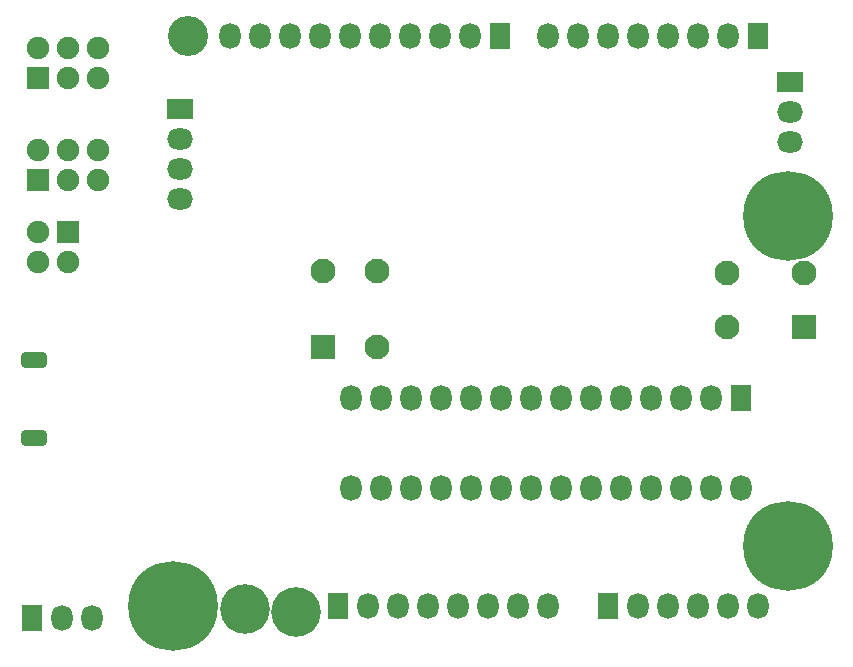
<source format=gbs>
G04*
G04 #@! TF.GenerationSoftware,Altium Limited,Altium Designer,21.7.1 (17)*
G04*
G04 Layer_Color=16711935*
%FSLAX44Y44*%
%MOMM*%
G71*
G04*
G04 #@! TF.SameCoordinates,7A3013B2-BE9A-4409-8891-BE4D90AA3B49*
G04*
G04*
G04 #@! TF.FilePolarity,Negative*
G04*
G01*
G75*
%ADD53R,2.1000X2.1000*%
%ADD58C,3.4000*%
%ADD59C,4.2000*%
%ADD60O,1.8000X2.2000*%
%ADD61R,1.8000X2.2000*%
%ADD62O,2.2000X1.8000*%
%ADD63R,2.2000X1.8000*%
%ADD64C,7.6000*%
%ADD65R,1.9000X1.9000*%
%ADD66C,1.9000*%
%ADD67C,2.1000*%
%ADD68R,2.1000X2.1000*%
G04:AMPARAMS|DCode=69|XSize=2.2mm|YSize=1.4mm|CornerRadius=0.4mm|HoleSize=0mm|Usage=FLASHONLY|Rotation=0.000|XOffset=0mm|YOffset=0mm|HoleType=Round|Shape=RoundedRectangle|*
%AMROUNDEDRECTD69*
21,1,2.2000,0.6000,0,0,0.0*
21,1,1.4000,1.4000,0,0,0.0*
1,1,0.8000,0.7000,-0.3000*
1,1,0.8000,-0.7000,-0.3000*
1,1,0.8000,-0.7000,0.3000*
1,1,0.8000,0.7000,0.3000*
%
%ADD69ROUNDEDRECTD69*%
D53*
X267250Y244500D02*
D03*
D58*
X152400Y508000D02*
D03*
D59*
X200660Y22860D02*
D03*
X243840Y20320D02*
D03*
D60*
X187960Y508000D02*
D03*
X213360D02*
D03*
X238760D02*
D03*
X264160D02*
D03*
X289560D02*
D03*
X314960D02*
D03*
X340360D02*
D03*
X365760D02*
D03*
X391160D02*
D03*
X457200Y25400D02*
D03*
X431800D02*
D03*
X406400D02*
D03*
X381000D02*
D03*
X355600D02*
D03*
X330200D02*
D03*
X304800D02*
D03*
X457200Y508000D02*
D03*
X482600D02*
D03*
X508000D02*
D03*
X533400D02*
D03*
X558800D02*
D03*
X584200D02*
D03*
X609600D02*
D03*
X635000Y25400D02*
D03*
X609600D02*
D03*
X584200D02*
D03*
X558800D02*
D03*
X533400D02*
D03*
X71120Y15240D02*
D03*
X45720D02*
D03*
X595250Y201930D02*
D03*
X569850D02*
D03*
X544450D02*
D03*
X519050D02*
D03*
X493650D02*
D03*
X468250D02*
D03*
X442850D02*
D03*
X417450D02*
D03*
X392050D02*
D03*
X366650D02*
D03*
X341250D02*
D03*
X315850D02*
D03*
X290450D02*
D03*
X620650Y125730D02*
D03*
X595250D02*
D03*
X569850D02*
D03*
X544450D02*
D03*
X519050D02*
D03*
X493650D02*
D03*
X468250D02*
D03*
X442850D02*
D03*
X417450D02*
D03*
X392050D02*
D03*
X366650D02*
D03*
X341250D02*
D03*
X315850D02*
D03*
X290450D02*
D03*
D61*
X416560Y508000D02*
D03*
X279400Y25400D02*
D03*
X635000Y508000D02*
D03*
X508000Y25400D02*
D03*
X20320Y15240D02*
D03*
X620650Y201930D02*
D03*
D62*
X662000Y418200D02*
D03*
Y443600D02*
D03*
X146000Y420600D02*
D03*
Y395200D02*
D03*
Y369800D02*
D03*
D63*
X662000Y469000D02*
D03*
X146000Y446000D02*
D03*
D64*
X139700Y25400D02*
D03*
X660400Y76200D02*
D03*
Y355600D02*
D03*
D65*
X25400Y386080D02*
D03*
Y472440D02*
D03*
X50800Y342000D02*
D03*
D66*
Y386080D02*
D03*
X25400Y411480D02*
D03*
X50800D02*
D03*
X76200Y386080D02*
D03*
Y411480D02*
D03*
X50800Y472440D02*
D03*
X25400Y497840D02*
D03*
X50800D02*
D03*
X76200Y472440D02*
D03*
Y497840D02*
D03*
X25400Y316600D02*
D03*
X50800D02*
D03*
X25400Y342000D02*
D03*
D67*
X674104Y307234D02*
D03*
X609104D02*
D03*
Y262234D02*
D03*
X312250Y244500D02*
D03*
Y309500D02*
D03*
X267250D02*
D03*
D68*
X674104Y262234D02*
D03*
D69*
X21995Y168000D02*
D03*
Y234000D02*
D03*
M02*

</source>
